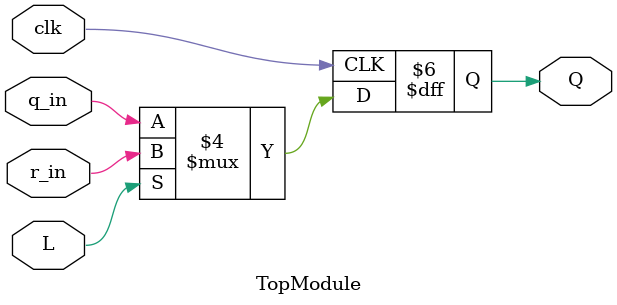
<source format=sv>
module TopModule (
    input logic clk,
    input logic L,
    input logic q_in,
    input logic r_in,
    output logic Q
);

    // State register for the flip-flop
    always @(posedge clk) begin
        if (L) begin
            Q <= r_in;  // Load r_in when L is asserted
        end else begin
            Q <= q_in;  // Retain the current state when L is not asserted
        end
    end

    // Initial value for simulation
    initial begin
        Q = 1'b0;  // Initialize Q to 0
    end

endmodule
</source>
